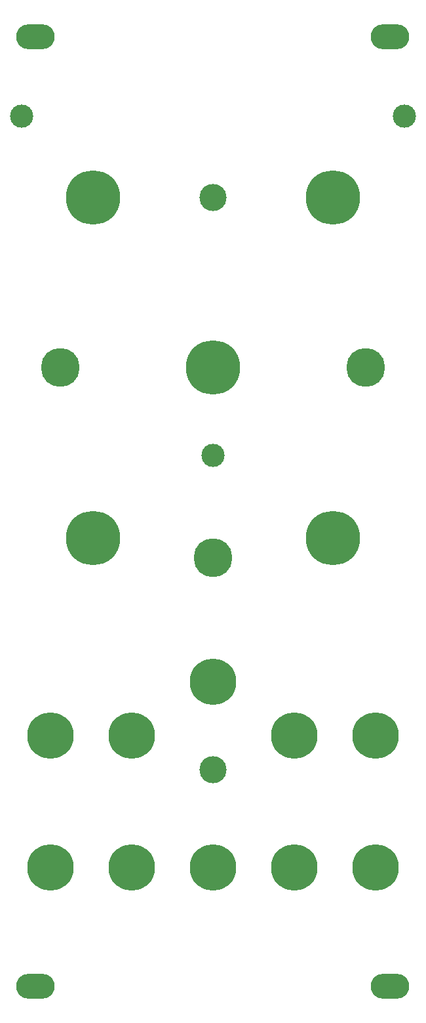
<source format=gbr>
G04 #@! TF.GenerationSoftware,KiCad,Pcbnew,(5.1.9)-1*
G04 #@! TF.CreationDate,2021-03-14T15:39:00+00:00*
G04 #@! TF.ProjectId,Retrospector_Panel,52657472-6f73-4706-9563-746f725f5061,rev?*
G04 #@! TF.SameCoordinates,Original*
G04 #@! TF.FileFunction,Soldermask,Top*
G04 #@! TF.FilePolarity,Negative*
%FSLAX46Y46*%
G04 Gerber Fmt 4.6, Leading zero omitted, Abs format (unit mm)*
G04 Created by KiCad (PCBNEW (5.1.9)-1) date 2021-03-14 15:39:00*
%MOMM*%
%LPD*%
G01*
G04 APERTURE LIST*
%ADD10C,3.500000*%
%ADD11C,3.000000*%
%ADD12C,5.000000*%
%ADD13C,6.000000*%
%ADD14C,7.000000*%
%ADD15O,5.000000X3.200000*%
G04 APERTURE END LIST*
D10*
X130000000Y-138400000D03*
X130000000Y-64500000D03*
D11*
X130000000Y-97800000D03*
D12*
X130000000Y-111000000D03*
D13*
X130000000Y-127000000D03*
D14*
X114500000Y-108500000D03*
X145500000Y-108500000D03*
X145500000Y-64500000D03*
D12*
X110300000Y-86500000D03*
X149700000Y-86500000D03*
D11*
X105300000Y-54000000D03*
X154700000Y-54000000D03*
D13*
X119500000Y-151000000D03*
X109000000Y-151000000D03*
X140500000Y-151000000D03*
X151000000Y-151000000D03*
X151000000Y-134000000D03*
X140500000Y-134000000D03*
X130000000Y-151000000D03*
X119500000Y-134000000D03*
X109000000Y-134000000D03*
D14*
X114500000Y-64500000D03*
X130000000Y-86500000D03*
D15*
X152900000Y-166300000D03*
X107100000Y-166300000D03*
X152900000Y-43800000D03*
X107100000Y-43800000D03*
M02*

</source>
